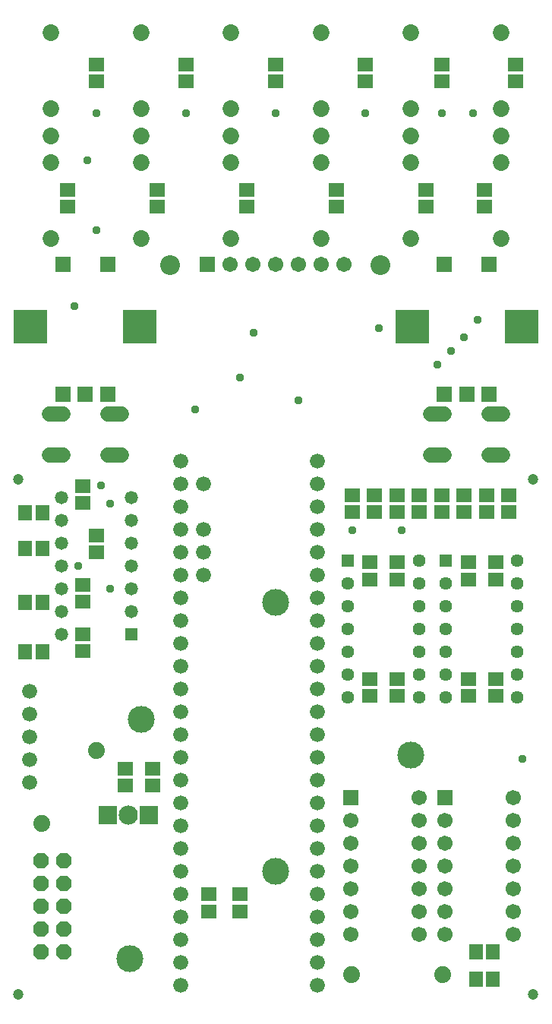
<source format=gbr>
G04 EAGLE Gerber RS-274X export*
G75*
%MOMM*%
%FSLAX34Y34*%
%LPD*%
%INSoldermask Bottom*%
%IPPOS*%
%AMOC8*
5,1,8,0,0,1.08239X$1,22.5*%
G01*
%ADD10C,1.879600*%
%ADD11R,1.711200X1.711200*%
%ADD12R,3.759200X3.759200*%
%ADD13P,1.869504X8X112.500000*%
%ADD14C,1.676400*%
%ADD15R,2.133600X2.133600*%
%ADD16C,2.133600*%
%ADD17C,3.003200*%
%ADD18C,1.853200*%
%ADD19C,1.727200*%
%ADD20C,2.203200*%
%ADD21C,1.711200*%
%ADD22R,1.470200X1.470200*%
%ADD23C,1.470200*%
%ADD24R,1.441200X1.441200*%
%ADD25C,1.441200*%
%ADD26R,1.703200X1.503200*%
%ADD27R,1.503200X1.703200*%
%ADD28R,1.701800X1.701800*%
%ADD29C,1.701800*%
%ADD30C,1.203200*%
%ADD31C,0.959600*%


D10*
X39090Y203673D03*
X99950Y285027D03*
D11*
X62350Y681920D03*
X87350Y681920D03*
X112350Y681920D03*
X62350Y826920D03*
X112350Y826920D03*
D12*
X26350Y756920D03*
X148350Y756920D03*
D13*
X38310Y60450D03*
X38310Y85850D03*
X38310Y111250D03*
X38310Y136650D03*
X38310Y162050D03*
X63710Y60450D03*
X63710Y85850D03*
X63710Y111250D03*
X63710Y136650D03*
X63710Y162050D03*
D14*
X346160Y556610D03*
X346160Y531210D03*
X346160Y505810D03*
X346160Y480410D03*
X346160Y455010D03*
X346160Y429610D03*
X346160Y404210D03*
X346160Y378810D03*
X346160Y353410D03*
X346160Y328010D03*
X346160Y302610D03*
X346160Y277210D03*
X193760Y277210D03*
X193760Y302610D03*
X193760Y328010D03*
X193760Y353410D03*
X193760Y378810D03*
X193760Y404210D03*
X193760Y429610D03*
X193760Y455010D03*
X193760Y480410D03*
X193760Y505810D03*
X193760Y531210D03*
X346160Y582010D03*
X193760Y556610D03*
X193760Y582010D03*
X346160Y607410D03*
X193760Y607410D03*
X346160Y251810D03*
X193760Y251810D03*
X346160Y226410D03*
X346160Y201010D03*
X346160Y175610D03*
X346160Y150210D03*
X346160Y124810D03*
X346160Y99410D03*
X346160Y74010D03*
X346160Y48610D03*
X346160Y23210D03*
X193760Y23210D03*
X193760Y48610D03*
X193760Y74010D03*
X193760Y99410D03*
X193760Y124810D03*
X193760Y150210D03*
X193760Y175610D03*
X193760Y201010D03*
X193760Y226410D03*
X219160Y582010D03*
X219160Y531210D03*
X219160Y505810D03*
X219160Y480410D03*
D15*
X112660Y212744D03*
D16*
X135520Y212744D03*
D15*
X158380Y212744D03*
D17*
X136790Y52724D03*
D18*
X551180Y855002D03*
X551180Y940002D03*
X551180Y970002D03*
X250190Y1085050D03*
X250190Y1000050D03*
X250190Y970050D03*
X149860Y1085050D03*
X149860Y1000050D03*
X149860Y970050D03*
X49530Y1085050D03*
X49530Y1000050D03*
X49530Y970050D03*
X450850Y855002D03*
X450850Y940002D03*
X450850Y970002D03*
X350520Y855002D03*
X350520Y940002D03*
X350520Y970002D03*
X250190Y855002D03*
X250190Y940002D03*
X250190Y970002D03*
X149860Y855002D03*
X149860Y940002D03*
X149860Y970002D03*
X49530Y855002D03*
X49530Y940002D03*
X49530Y970002D03*
X551180Y1085050D03*
X551180Y1000050D03*
X551180Y970050D03*
X450850Y1085050D03*
X450850Y1000050D03*
X450850Y970050D03*
X350520Y1085050D03*
X350520Y1000050D03*
X350520Y970050D03*
D19*
X127582Y614364D02*
X112342Y614364D01*
X112342Y659576D02*
X127582Y659576D01*
X62558Y614364D02*
X47318Y614364D01*
X47318Y659576D02*
X62558Y659576D01*
X537772Y614164D02*
X553012Y614164D01*
X553012Y659376D02*
X537772Y659376D01*
X487988Y614164D02*
X472748Y614164D01*
X472748Y659376D02*
X487988Y659376D01*
D11*
X487780Y681820D03*
X512780Y681820D03*
X537780Y681820D03*
X487780Y826820D03*
X537780Y826820D03*
D12*
X451780Y756820D03*
X573780Y756820D03*
D20*
X181850Y825805D03*
X416610Y825805D03*
D11*
X223250Y826600D03*
D21*
X248650Y826600D03*
X274050Y826600D03*
X299450Y826600D03*
X324850Y826600D03*
X350250Y826600D03*
X375650Y826600D03*
D22*
X139050Y413800D03*
D23*
X139050Y439200D03*
X139050Y464600D03*
X139050Y490000D03*
X139050Y515400D03*
X139050Y540800D03*
X139050Y566200D03*
X60950Y566200D03*
X60950Y540800D03*
X60950Y515400D03*
X60950Y490000D03*
X60950Y464600D03*
X60950Y439200D03*
X60950Y413800D03*
D24*
X489200Y496200D03*
D25*
X489200Y470800D03*
X489200Y445400D03*
X489200Y420000D03*
X489200Y394600D03*
X489200Y369200D03*
X489200Y343800D03*
X568600Y343800D03*
X568600Y369200D03*
X568600Y394600D03*
X568600Y420000D03*
X568600Y445400D03*
X568600Y470800D03*
X568600Y496200D03*
D24*
X380300Y496200D03*
D25*
X380300Y470800D03*
X380300Y445400D03*
X380300Y420000D03*
X380300Y394600D03*
X380300Y369200D03*
X380300Y343800D03*
X459700Y343800D03*
X459700Y369200D03*
X459700Y394600D03*
X459700Y420000D03*
X459700Y445400D03*
X459700Y470800D03*
X459700Y496200D03*
D10*
X485800Y35000D03*
X384200Y35000D03*
D26*
X100000Y1030500D03*
X100000Y1049500D03*
X200000Y1049500D03*
X200000Y1030500D03*
X67500Y909500D03*
X67500Y890500D03*
X167500Y909500D03*
X167500Y890500D03*
X300000Y1030500D03*
X300000Y1049500D03*
X400000Y1030500D03*
X400000Y1049500D03*
X567500Y1030500D03*
X567500Y1049500D03*
X485000Y1030500D03*
X485000Y1049500D03*
X267500Y890500D03*
X267500Y909500D03*
X367500Y890500D03*
X367500Y909500D03*
X467500Y890500D03*
X467500Y909500D03*
X532500Y890500D03*
X532500Y909500D03*
X405000Y475500D03*
X405000Y494500D03*
X410000Y569500D03*
X410000Y550500D03*
X385000Y569500D03*
X385000Y550500D03*
X405000Y364500D03*
X405000Y345500D03*
X435000Y345500D03*
X435000Y364500D03*
X460000Y550500D03*
X460000Y569500D03*
X85000Y579500D03*
X85000Y560500D03*
X100000Y505500D03*
X100000Y524500D03*
X85000Y469500D03*
X85000Y450500D03*
X85000Y414500D03*
X85000Y395500D03*
D27*
X39500Y550000D03*
X20500Y550000D03*
X20500Y510000D03*
X39500Y510000D03*
X20500Y450000D03*
X39500Y450000D03*
X39500Y395000D03*
X20500Y395000D03*
D26*
X510000Y569500D03*
X510000Y550500D03*
X485000Y569500D03*
X485000Y550500D03*
X535000Y550500D03*
X535000Y569500D03*
X560000Y550500D03*
X560000Y569500D03*
X515000Y475500D03*
X515000Y494500D03*
X515000Y364500D03*
X515000Y345500D03*
X545000Y345500D03*
X545000Y364500D03*
X545000Y494500D03*
X545000Y475500D03*
X435000Y550500D03*
X435000Y569500D03*
X435000Y494500D03*
X435000Y475500D03*
D28*
X383800Y232400D03*
D29*
X383800Y207000D03*
X383800Y181600D03*
X383800Y156200D03*
X383800Y130800D03*
X383800Y105400D03*
X383800Y80000D03*
X460000Y80000D03*
X460000Y105400D03*
X460000Y130800D03*
X460000Y156200D03*
X460000Y181600D03*
X460000Y207000D03*
X460000Y232400D03*
D28*
X488800Y232400D03*
D29*
X488800Y207000D03*
X488800Y181600D03*
X488800Y156200D03*
X488800Y130800D03*
X488800Y105400D03*
X488800Y80000D03*
X565000Y80000D03*
X565000Y105400D03*
X565000Y130800D03*
X565000Y156200D03*
X565000Y181600D03*
X565000Y207000D03*
X565000Y232400D03*
D30*
X587080Y587080D03*
X587080Y13080D03*
X13080Y587080D03*
X13080Y13080D03*
D14*
X25760Y350880D03*
X25760Y325480D03*
X25760Y300080D03*
X25760Y274680D03*
X25760Y249280D03*
D17*
X300067Y449905D03*
X300067Y150185D03*
X450207Y279445D03*
X150207Y319445D03*
D26*
X132500Y264500D03*
X132500Y245500D03*
X162500Y264500D03*
X162500Y245500D03*
D27*
X523000Y30000D03*
X542000Y30000D03*
X523000Y60000D03*
X542000Y60000D03*
D26*
X225000Y124500D03*
X225000Y105500D03*
X260000Y124500D03*
X260000Y105500D03*
D31*
X210000Y665000D03*
X75000Y780000D03*
X325000Y675000D03*
X415000Y755000D03*
X260000Y700000D03*
X275000Y750000D03*
X105000Y580000D03*
X80000Y490000D03*
X100000Y995000D03*
X115000Y465000D03*
X115000Y560000D03*
X200000Y995000D03*
X100000Y865000D03*
X90000Y942500D03*
X495000Y730000D03*
X510000Y745000D03*
X480000Y715000D03*
X525000Y765000D03*
X575000Y275000D03*
X300000Y995000D03*
X400000Y995000D03*
X385000Y530000D03*
X440000Y530000D03*
X485000Y995000D03*
X520000Y995000D03*
M02*

</source>
